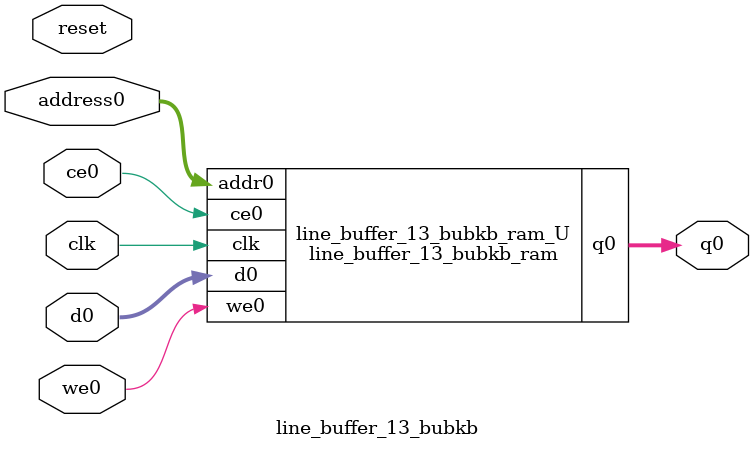
<source format=v>

`timescale 1 ns / 1 ps
module line_buffer_13_bubkb_ram (addr0, ce0, d0, we0, q0,  clk);

parameter DWIDTH = 16;
parameter AWIDTH = 12;
parameter MEM_SIZE = 2112;

input[AWIDTH-1:0] addr0;
input ce0;
input[DWIDTH-1:0] d0;
input we0;
output reg[DWIDTH-1:0] q0;
input clk;

(* ram_style = "block" *)reg [DWIDTH-1:0] ram[0:MEM_SIZE-1];




always @(posedge clk)  
begin 
    if (ce0) 
    begin
        if (we0) 
        begin 
            ram[addr0] <= d0; 
            q0 <= d0;
        end 
        else 
            q0 <= ram[addr0];
    end
end


endmodule


`timescale 1 ns / 1 ps
module line_buffer_13_bubkb(
    reset,
    clk,
    address0,
    ce0,
    we0,
    d0,
    q0);

parameter DataWidth = 32'd16;
parameter AddressRange = 32'd2112;
parameter AddressWidth = 32'd12;
input reset;
input clk;
input[AddressWidth - 1:0] address0;
input ce0;
input we0;
input[DataWidth - 1:0] d0;
output[DataWidth - 1:0] q0;



line_buffer_13_bubkb_ram line_buffer_13_bubkb_ram_U(
    .clk( clk ),
    .addr0( address0 ),
    .ce0( ce0 ),
    .d0( d0 ),
    .we0( we0 ),
    .q0( q0 ));

endmodule


</source>
